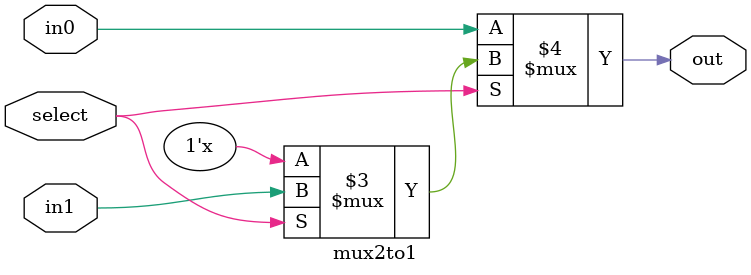
<source format=v>

module mux2to1(select, in0, in1, out);
	input  select, in0, in1;
	output out;
	
	assign out = (select == 1'b0) ? in0 :
                (select == 1'b1) ? in1 : 1'bx;
	
endmodule

</source>
